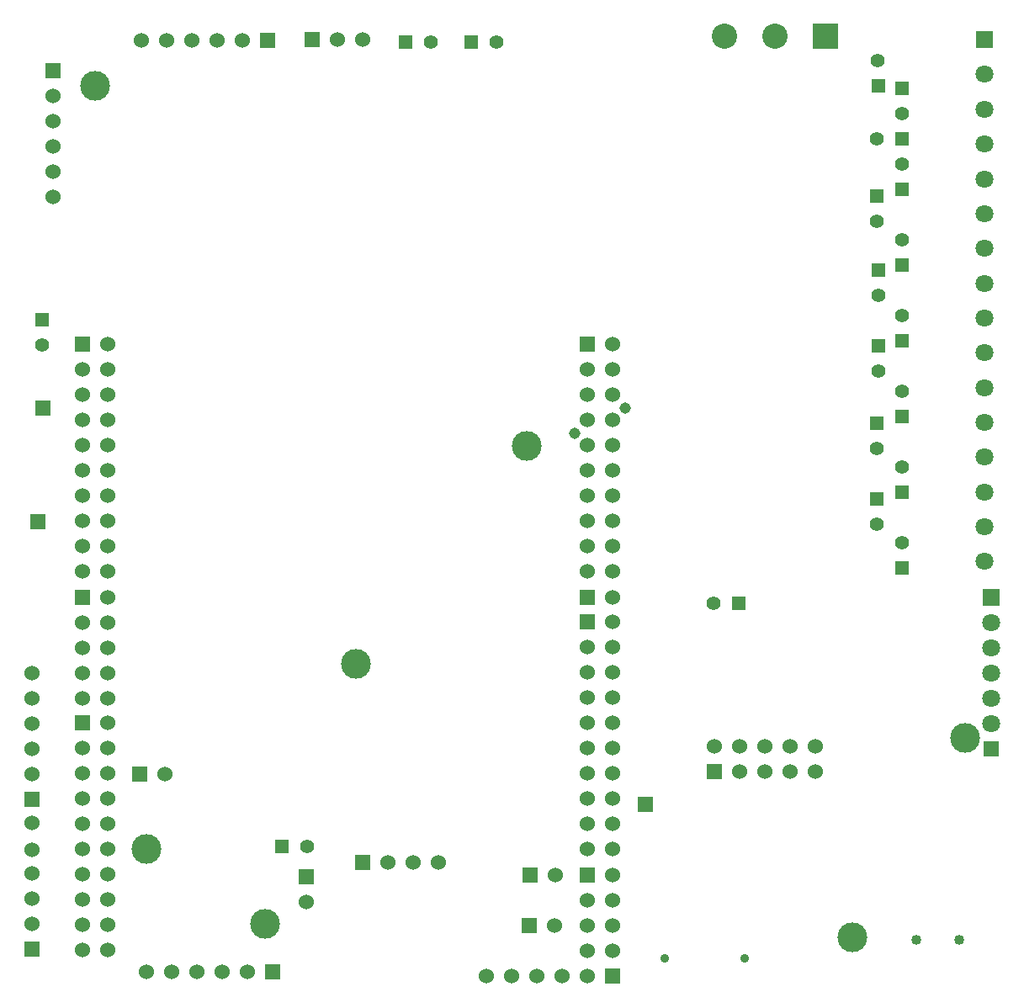
<source format=gbs>
G04 (created by PCBNEW (2013-07-07 BZR 4022)-stable) date 28/01/2014 16:49:45*
%MOIN*%
G04 Gerber Fmt 3.4, Leading zero omitted, Abs format*
%FSLAX34Y34*%
G01*
G70*
G90*
G04 APERTURE LIST*
%ADD10C,0.00590551*%
%ADD11R,0.06X0.06*%
%ADD12C,0.06*%
%ADD13C,0.11811*%
%ADD14R,0.055X0.055*%
%ADD15C,0.055*%
%ADD16C,0.04*%
%ADD17C,0.035*%
%ADD18C,0.0708661*%
%ADD19R,0.0708661X0.0708661*%
%ADD20R,0.1X0.1*%
%ADD21C,0.1*%
%ADD22C,0.045*%
G04 APERTURE END LIST*
G54D10*
G54D11*
X70000Y-71000D03*
G54D12*
X71000Y-71000D03*
X70000Y-72000D03*
X71000Y-72000D03*
X70000Y-73000D03*
X71000Y-73000D03*
X70000Y-74000D03*
X71000Y-74000D03*
G54D11*
X50000Y-60000D03*
G54D12*
X51000Y-60000D03*
X50000Y-61000D03*
X51000Y-61000D03*
X50000Y-62000D03*
X51000Y-62000D03*
X50000Y-63000D03*
X51000Y-63000D03*
X50000Y-64000D03*
X51000Y-64000D03*
G54D11*
X70000Y-60000D03*
G54D12*
X71000Y-60000D03*
G54D11*
X50000Y-64984D03*
G54D12*
X51000Y-64984D03*
X50000Y-65984D03*
X51000Y-65984D03*
X50000Y-66984D03*
X51000Y-66984D03*
X50000Y-67984D03*
X51000Y-67984D03*
X50000Y-68984D03*
X51000Y-68984D03*
X50000Y-69984D03*
X51000Y-69984D03*
X50000Y-70984D03*
X51000Y-70984D03*
X50000Y-71984D03*
X51000Y-71984D03*
X50000Y-72984D03*
X51000Y-72984D03*
X50000Y-73984D03*
X51000Y-73984D03*
G54D11*
X48000Y-73950D03*
G54D12*
X48000Y-72950D03*
X48000Y-71950D03*
X48000Y-70950D03*
X48000Y-70000D03*
X48000Y-68950D03*
G54D11*
X48000Y-68000D03*
G54D12*
X48000Y-67000D03*
X48000Y-66000D03*
X48000Y-65000D03*
X48000Y-64000D03*
X48000Y-63000D03*
G54D11*
X57525Y-74850D03*
G54D12*
X56525Y-74850D03*
X55525Y-74850D03*
X54525Y-74850D03*
X53525Y-74850D03*
X52525Y-74850D03*
G54D11*
X67725Y-71000D03*
G54D12*
X68725Y-71000D03*
G54D11*
X67700Y-73000D03*
G54D12*
X68700Y-73000D03*
G54D11*
X52275Y-67000D03*
G54D12*
X53275Y-67000D03*
G54D11*
X71000Y-75025D03*
G54D12*
X70000Y-75025D03*
X69000Y-75000D03*
X68000Y-75025D03*
X67000Y-75025D03*
X66000Y-75025D03*
G54D11*
X86000Y-66000D03*
G54D13*
X67600Y-54000D03*
X50500Y-39750D03*
X60825Y-62650D03*
G54D11*
X59100Y-37900D03*
G54D12*
X60100Y-37900D03*
X61100Y-37900D03*
G54D11*
X57350Y-37950D03*
G54D12*
X56350Y-37950D03*
X55350Y-37950D03*
X54350Y-37950D03*
X53350Y-37950D03*
X52350Y-37950D03*
G54D11*
X48225Y-57000D03*
X48450Y-52500D03*
X48825Y-39150D03*
G54D12*
X48825Y-40150D03*
X48825Y-41150D03*
X48825Y-42150D03*
X48825Y-43150D03*
X48825Y-44150D03*
G54D14*
X48400Y-49000D03*
G54D15*
X48400Y-50000D03*
G54D14*
X62800Y-38000D03*
G54D15*
X63800Y-38000D03*
G54D14*
X65400Y-38000D03*
G54D15*
X66400Y-38000D03*
G54D11*
X50000Y-49984D03*
G54D12*
X51000Y-49984D03*
X50000Y-50984D03*
X51000Y-50984D03*
X50000Y-51984D03*
X51000Y-51984D03*
X50000Y-52984D03*
X51000Y-52984D03*
X50000Y-53984D03*
X51000Y-53984D03*
X50000Y-54984D03*
X51000Y-54984D03*
X50000Y-55984D03*
X51000Y-55984D03*
X50000Y-56984D03*
X51000Y-56984D03*
X50000Y-57984D03*
X51000Y-57984D03*
X50000Y-58984D03*
X51000Y-58984D03*
G54D11*
X70000Y-60984D03*
G54D12*
X71000Y-60984D03*
X70000Y-61984D03*
X71000Y-61984D03*
X70000Y-62984D03*
X71000Y-62984D03*
X70000Y-63984D03*
X71000Y-63984D03*
X70000Y-64984D03*
X71000Y-64984D03*
X70000Y-65984D03*
X71000Y-65984D03*
X70000Y-66984D03*
X71000Y-66984D03*
X70000Y-67984D03*
X71000Y-67984D03*
X70000Y-68984D03*
X71000Y-68984D03*
X70000Y-69984D03*
X71000Y-69984D03*
G54D11*
X75050Y-66918D03*
G54D12*
X75050Y-65918D03*
X76050Y-66918D03*
X76050Y-65918D03*
X77050Y-66918D03*
X77050Y-65918D03*
X78050Y-66918D03*
X78050Y-65918D03*
X79050Y-66918D03*
X79050Y-65918D03*
G54D11*
X72300Y-68218D03*
G54D16*
X83050Y-73568D03*
X84750Y-73568D03*
G54D17*
X73076Y-74309D03*
X76225Y-74309D03*
G54D13*
X80500Y-73493D03*
X84975Y-65568D03*
G54D11*
X61110Y-70494D03*
G54D12*
X62110Y-70494D03*
X63110Y-70494D03*
X64110Y-70494D03*
G54D11*
X58869Y-71062D03*
G54D12*
X58869Y-72062D03*
G54D14*
X57894Y-69887D03*
G54D15*
X58894Y-69887D03*
G54D13*
X52519Y-69987D03*
X57244Y-72937D03*
G54D18*
X85750Y-58584D03*
X85750Y-57206D03*
G54D19*
X85750Y-37915D03*
G54D18*
X85750Y-39293D03*
X85750Y-40671D03*
X85750Y-42049D03*
X85750Y-43427D03*
X85750Y-44805D03*
X85750Y-46183D03*
X85750Y-47561D03*
X85750Y-48938D03*
X85750Y-50316D03*
X85750Y-51694D03*
X85750Y-53072D03*
X85750Y-54450D03*
X85750Y-55828D03*
G54D11*
X70000Y-49984D03*
G54D12*
X71000Y-49984D03*
X70000Y-50984D03*
X71000Y-50984D03*
X70000Y-51984D03*
X71000Y-51984D03*
X70000Y-52984D03*
X71000Y-52984D03*
X70000Y-53984D03*
X71000Y-53984D03*
X70000Y-54984D03*
X71000Y-54984D03*
X70000Y-55984D03*
X71000Y-55984D03*
X70000Y-56984D03*
X71000Y-56984D03*
X70000Y-57984D03*
X71000Y-57984D03*
X70000Y-58984D03*
X71000Y-58984D03*
G54D14*
X81475Y-53100D03*
G54D15*
X81475Y-54100D03*
G54D14*
X81475Y-44100D03*
G54D15*
X81475Y-45100D03*
G54D14*
X82475Y-52850D03*
G54D15*
X82475Y-51850D03*
G54D14*
X82475Y-43850D03*
G54D15*
X82475Y-42850D03*
G54D14*
X81525Y-50050D03*
G54D15*
X81525Y-51050D03*
G54D14*
X82475Y-39850D03*
G54D15*
X82475Y-40850D03*
G54D20*
X79425Y-37775D03*
G54D21*
X77425Y-37775D03*
X75425Y-37775D03*
G54D14*
X82475Y-46850D03*
G54D15*
X82475Y-45850D03*
G54D14*
X82475Y-55850D03*
G54D15*
X82475Y-54850D03*
G54D14*
X81525Y-47050D03*
G54D15*
X81525Y-48050D03*
G54D14*
X81475Y-56100D03*
G54D15*
X81475Y-57100D03*
G54D14*
X82475Y-49850D03*
G54D15*
X82475Y-48850D03*
G54D14*
X82475Y-58850D03*
G54D15*
X82475Y-57850D03*
G54D14*
X81525Y-39750D03*
G54D15*
X81500Y-38750D03*
G54D14*
X82475Y-41850D03*
G54D15*
X81475Y-41850D03*
G54D22*
X69500Y-53500D03*
X71500Y-52500D03*
G54D14*
X76000Y-60250D03*
G54D15*
X75000Y-60250D03*
G54D19*
X86000Y-60000D03*
G54D18*
X86000Y-61000D03*
X86000Y-62000D03*
X86000Y-63000D03*
X86000Y-64000D03*
X86000Y-65000D03*
M02*

</source>
